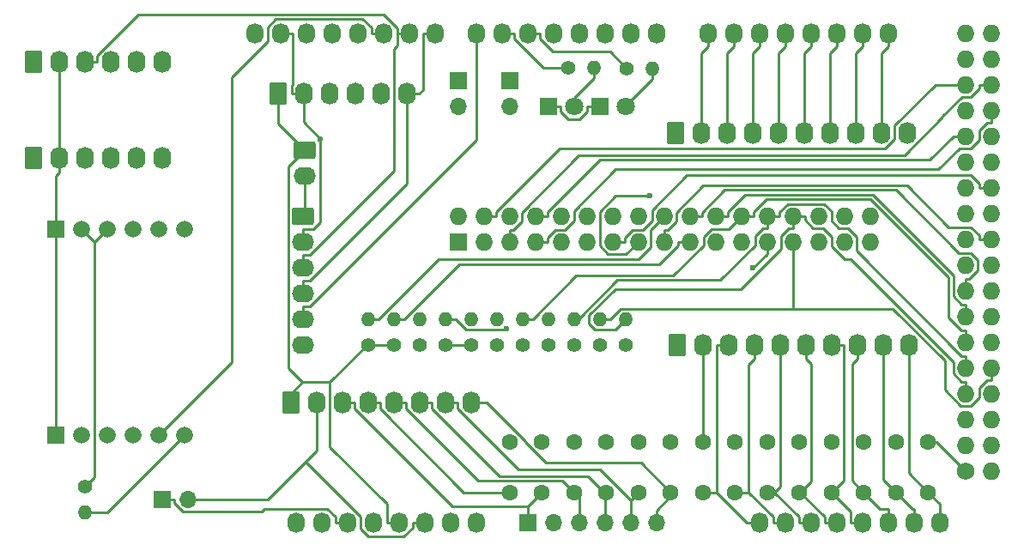
<source format=gbr>
G04 #@! TF.GenerationSoftware,KiCad,Pcbnew,(6.0.7-1)-1*
G04 #@! TF.CreationDate,2023-05-21T10:58:45+10:00*
G04 #@! TF.ProjectId,F16 Input Shield with Ethernet,46313620-496e-4707-9574-20536869656c,rev?*
G04 #@! TF.SameCoordinates,Original*
G04 #@! TF.FileFunction,Copper,L2,Bot*
G04 #@! TF.FilePolarity,Positive*
%FSLAX46Y46*%
G04 Gerber Fmt 4.6, Leading zero omitted, Abs format (unit mm)*
G04 Created by KiCad (PCBNEW (6.0.7-1)-1) date 2023-05-21 10:58:45*
%MOMM*%
%LPD*%
G01*
G04 APERTURE LIST*
G04 Aperture macros list*
%AMRoundRect*
0 Rectangle with rounded corners*
0 $1 Rounding radius*
0 $2 $3 $4 $5 $6 $7 $8 $9 X,Y pos of 4 corners*
0 Add a 4 corners polygon primitive as box body*
4,1,4,$2,$3,$4,$5,$6,$7,$8,$9,$2,$3,0*
0 Add four circle primitives for the rounded corners*
1,1,$1+$1,$2,$3*
1,1,$1+$1,$4,$5*
1,1,$1+$1,$6,$7*
1,1,$1+$1,$8,$9*
0 Add four rect primitives between the rounded corners*
20,1,$1+$1,$2,$3,$4,$5,0*
20,1,$1+$1,$4,$5,$6,$7,0*
20,1,$1+$1,$6,$7,$8,$9,0*
20,1,$1+$1,$8,$9,$2,$3,0*%
G04 Aperture macros list end*
G04 #@! TA.AperFunction,ComponentPad*
%ADD10C,1.727200*%
G04 #@! TD*
G04 #@! TA.AperFunction,ComponentPad*
%ADD11O,1.727200X1.727200*%
G04 #@! TD*
G04 #@! TA.AperFunction,ComponentPad*
%ADD12O,1.727200X2.032000*%
G04 #@! TD*
G04 #@! TA.AperFunction,ComponentPad*
%ADD13R,1.700000X1.700000*%
G04 #@! TD*
G04 #@! TA.AperFunction,ComponentPad*
%ADD14O,1.700000X1.700000*%
G04 #@! TD*
G04 #@! TA.AperFunction,ComponentPad*
%ADD15R,1.727200X1.727200*%
G04 #@! TD*
G04 #@! TA.AperFunction,ComponentPad*
%ADD16C,1.400000*%
G04 #@! TD*
G04 #@! TA.AperFunction,ComponentPad*
%ADD17O,1.400000X1.400000*%
G04 #@! TD*
G04 #@! TA.AperFunction,ComponentPad*
%ADD18RoundRect,0.250000X-0.620000X-0.850000X0.620000X-0.850000X0.620000X0.850000X-0.620000X0.850000X0*%
G04 #@! TD*
G04 #@! TA.AperFunction,ComponentPad*
%ADD19O,1.740000X2.200000*%
G04 #@! TD*
G04 #@! TA.AperFunction,ComponentPad*
%ADD20C,1.600000*%
G04 #@! TD*
G04 #@! TA.AperFunction,ComponentPad*
%ADD21R,1.800000X1.800000*%
G04 #@! TD*
G04 #@! TA.AperFunction,ComponentPad*
%ADD22C,1.800000*%
G04 #@! TD*
G04 #@! TA.AperFunction,ComponentPad*
%ADD23RoundRect,0.250000X-0.850000X0.620000X-0.850000X-0.620000X0.850000X-0.620000X0.850000X0.620000X0*%
G04 #@! TD*
G04 #@! TA.AperFunction,ComponentPad*
%ADD24O,2.200000X1.740000*%
G04 #@! TD*
G04 #@! TA.AperFunction,ComponentPad*
%ADD25R,1.665000X1.665000*%
G04 #@! TD*
G04 #@! TA.AperFunction,ComponentPad*
%ADD26C,1.665000*%
G04 #@! TD*
G04 #@! TA.AperFunction,ViaPad*
%ADD27C,0.600000*%
G04 #@! TD*
G04 #@! TA.AperFunction,Conductor*
%ADD28C,0.250000*%
G04 #@! TD*
G04 APERTURE END LIST*
D10*
X197358000Y-114046000D03*
D11*
X199898000Y-114046000D03*
X197358000Y-111506000D03*
X199898000Y-111506000D03*
X197358000Y-108966000D03*
X199898000Y-108966000D03*
X197358000Y-106426000D03*
X199898000Y-106426000D03*
X197358000Y-103886000D03*
X199898000Y-103886000D03*
X197358000Y-101346000D03*
X199898000Y-101346000D03*
X197358000Y-98806000D03*
X199898000Y-98806000D03*
X197358000Y-96266000D03*
X199898000Y-96266000D03*
X197358000Y-93726000D03*
X199898000Y-93726000D03*
X197358000Y-91186000D03*
X199898000Y-91186000D03*
X197358000Y-88646000D03*
X199898000Y-88646000D03*
X197358000Y-86106000D03*
X199898000Y-86106000D03*
X197358000Y-83566000D03*
X199898000Y-83566000D03*
X197358000Y-81026000D03*
X199898000Y-81026000D03*
X197358000Y-78486000D03*
X199898000Y-78486000D03*
X197358000Y-75946000D03*
X199898000Y-75946000D03*
X197358000Y-73406000D03*
X199898000Y-73406000D03*
X197358000Y-70866000D03*
X199898000Y-70866000D03*
D12*
X131318000Y-119126000D03*
X133858000Y-119126000D03*
X136398000Y-119126000D03*
X138938000Y-119126000D03*
X141478000Y-119126000D03*
X144018000Y-119126000D03*
X146558000Y-119126000D03*
X149098000Y-119126000D03*
D13*
X154178000Y-119126000D03*
D14*
X156718000Y-119126000D03*
X159258000Y-119126000D03*
X161798000Y-119126000D03*
X164338000Y-119126000D03*
X166878000Y-119126000D03*
D12*
X177038000Y-119126000D03*
X179578000Y-119126000D03*
X182118000Y-119126000D03*
X184658000Y-119126000D03*
X187198000Y-119126000D03*
X189738000Y-119126000D03*
X192278000Y-119126000D03*
X194818000Y-119126000D03*
X127254000Y-70866000D03*
X129794000Y-70866000D03*
X132334000Y-70866000D03*
X134874000Y-70866000D03*
X137414000Y-70866000D03*
X139954000Y-70866000D03*
X142494000Y-70866000D03*
X145034000Y-70866000D03*
X149098000Y-70866000D03*
X151638000Y-70866000D03*
X154178000Y-70866000D03*
X156718000Y-70866000D03*
X159258000Y-70866000D03*
X161798000Y-70866000D03*
X164338000Y-70866000D03*
X166878000Y-70866000D03*
X171958000Y-70866000D03*
X174498000Y-70866000D03*
X177038000Y-70866000D03*
X179578000Y-70866000D03*
X182118000Y-70866000D03*
X184658000Y-70866000D03*
X187198000Y-70866000D03*
X189738000Y-70866000D03*
D15*
X147320000Y-91440000D03*
D11*
X147320000Y-88900000D03*
X149860000Y-91440000D03*
X149860000Y-88900000D03*
X152400000Y-91440000D03*
X152400000Y-88900000D03*
X154940000Y-91440000D03*
X154940000Y-88900000D03*
X157480000Y-91440000D03*
X157480000Y-88900000D03*
X160020000Y-91440000D03*
X160020000Y-88900000D03*
X162560000Y-91440000D03*
X162560000Y-88900000D03*
X165100000Y-91440000D03*
X165100000Y-88900000D03*
X167640000Y-91440000D03*
X167640000Y-88900000D03*
X170180000Y-91440000D03*
X170180000Y-88900000D03*
X172720000Y-91440000D03*
X172720000Y-88900000D03*
X175260000Y-91440000D03*
X175260000Y-88900000D03*
X177800000Y-91440000D03*
X177800000Y-88900000D03*
X180340000Y-91440000D03*
X180340000Y-88900000D03*
X182880000Y-91440000D03*
X182880000Y-88900000D03*
X185420000Y-91440000D03*
X185420000Y-88900000D03*
X187960000Y-91440000D03*
X187960000Y-88900000D03*
D16*
X138430000Y-101600000D03*
D17*
X138430000Y-99060000D03*
D16*
X140970000Y-101600000D03*
D17*
X140970000Y-99060000D03*
D16*
X143510000Y-101600000D03*
D17*
X143510000Y-99060000D03*
D16*
X146050000Y-101600000D03*
D17*
X146050000Y-99060000D03*
D16*
X148590000Y-101600000D03*
D17*
X148590000Y-99060000D03*
D16*
X151130000Y-101600000D03*
D17*
X151130000Y-99060000D03*
D16*
X153670000Y-101600000D03*
D17*
X153670000Y-99060000D03*
D16*
X156210000Y-101600000D03*
D17*
X156210000Y-99060000D03*
D16*
X158750000Y-101600000D03*
D17*
X158750000Y-99060000D03*
D16*
X161290000Y-101600000D03*
D17*
X161290000Y-99060000D03*
D18*
X168910000Y-101600000D03*
D19*
X171450000Y-101600000D03*
X173990000Y-101600000D03*
X176530000Y-101600000D03*
X179070000Y-101600000D03*
X181610000Y-101600000D03*
X184150000Y-101600000D03*
X186690000Y-101600000D03*
X189230000Y-101600000D03*
X191770000Y-101600000D03*
D18*
X168757600Y-80683400D03*
D19*
X171297600Y-80683400D03*
X173837600Y-80683400D03*
X176377600Y-80683400D03*
X178917600Y-80683400D03*
X181457600Y-80683400D03*
X183997600Y-80683400D03*
X186537600Y-80683400D03*
X189077600Y-80683400D03*
X191617600Y-80683400D03*
D18*
X130810000Y-107315000D03*
D19*
X133350000Y-107315000D03*
X135890000Y-107315000D03*
X138430000Y-107315000D03*
X140970000Y-107315000D03*
X143510000Y-107315000D03*
X146050000Y-107315000D03*
X148590000Y-107315000D03*
D20*
X193675000Y-116165000D03*
X193675000Y-111165000D03*
X165100000Y-116165000D03*
X165100000Y-111165000D03*
X190500000Y-116165000D03*
X190500000Y-111165000D03*
X187325000Y-116165000D03*
X187325000Y-111165000D03*
X158750000Y-116165000D03*
X158750000Y-111165000D03*
X184150000Y-116165000D03*
X184150000Y-111165000D03*
X152400000Y-116165000D03*
X152400000Y-111165000D03*
X180975000Y-116165000D03*
X180975000Y-111165000D03*
X155575000Y-116165000D03*
X155575000Y-111165000D03*
X177800000Y-116165000D03*
X177800000Y-111165000D03*
X171450000Y-116165000D03*
X171450000Y-111165000D03*
X174625000Y-116165000D03*
X174625000Y-111165000D03*
X161925000Y-116165000D03*
X161925000Y-111165000D03*
D16*
X163830000Y-101600000D03*
D17*
X163830000Y-99060000D03*
D18*
X105410000Y-83205000D03*
D19*
X107950000Y-83205000D03*
X110490000Y-83205000D03*
X113030000Y-83205000D03*
X115570000Y-83205000D03*
X118110000Y-83205000D03*
D18*
X129540000Y-76855000D03*
D19*
X132080000Y-76855000D03*
X134620000Y-76855000D03*
X137160000Y-76855000D03*
X139700000Y-76855000D03*
X142240000Y-76855000D03*
D18*
X105410000Y-73680000D03*
D19*
X107950000Y-73680000D03*
X110490000Y-73680000D03*
X113030000Y-73680000D03*
X115570000Y-73680000D03*
X118110000Y-73680000D03*
D21*
X161285000Y-78105000D03*
D22*
X163825000Y-78105000D03*
D21*
X156210000Y-78105000D03*
D22*
X158750000Y-78105000D03*
D23*
X132187000Y-82423000D03*
D24*
X132187000Y-84963000D03*
D23*
X132060000Y-88900000D03*
D24*
X132060000Y-91440000D03*
X132060000Y-93980000D03*
X132060000Y-96520000D03*
X132060000Y-99060000D03*
X132060000Y-101600000D03*
D13*
X152400000Y-75565000D03*
D14*
X152400000Y-78105000D03*
D13*
X147320000Y-75560000D03*
D14*
X147320000Y-78100000D03*
D16*
X163957000Y-74345800D03*
D17*
X166497000Y-74345800D03*
D16*
X158165000Y-74295000D03*
D17*
X160705000Y-74295000D03*
D20*
X168275000Y-116165000D03*
X168275000Y-111165000D03*
D25*
X107665000Y-110490000D03*
D26*
X110205000Y-110490000D03*
X112745000Y-110490000D03*
X115285000Y-110490000D03*
X117825000Y-110490000D03*
X120365000Y-110490000D03*
D25*
X107665000Y-90170000D03*
D26*
X110205000Y-90170000D03*
X112745000Y-90170000D03*
X115285000Y-90170000D03*
X117825000Y-90170000D03*
X120365000Y-90170000D03*
D13*
X118110000Y-116840000D03*
D14*
X120650000Y-116840000D03*
D16*
X110490000Y-115620000D03*
D17*
X110490000Y-118160000D03*
D27*
X133722100Y-81280700D03*
X166265900Y-86911500D03*
X152066900Y-100064700D03*
X176417300Y-94011600D03*
D28*
X135209100Y-118605900D02*
X135209100Y-119126000D01*
X134378700Y-117775500D02*
X135209100Y-118605900D01*
X128234100Y-117775500D02*
X134378700Y-117775500D01*
X127948800Y-118060800D02*
X128234100Y-117775500D01*
X120138800Y-118060800D02*
X127948800Y-118060800D01*
X119285300Y-117207300D02*
X120138800Y-118060800D01*
X119285300Y-116840000D02*
X119285300Y-117207300D01*
X118110000Y-116840000D02*
X119285300Y-116840000D01*
X136398000Y-119126000D02*
X135209100Y-119126000D01*
X111413400Y-114696600D02*
X111413400Y-91440000D01*
X110490000Y-115620000D02*
X111413400Y-114696600D01*
X111475000Y-91440000D02*
X111413400Y-91440000D01*
X112745000Y-90170000D02*
X111475000Y-91440000D01*
X110205000Y-90231600D02*
X110205000Y-90170000D01*
X111413400Y-91440000D02*
X110205000Y-90231600D01*
X112695000Y-118160000D02*
X120365000Y-110490000D01*
X110490000Y-118160000D02*
X112695000Y-118160000D01*
X138765100Y-70345900D02*
X138765100Y-70866000D01*
X137897700Y-69478500D02*
X138765100Y-70345900D01*
X129334700Y-69478500D02*
X137897700Y-69478500D01*
X128524000Y-70289200D02*
X129334700Y-69478500D01*
X128524000Y-71675800D02*
X128524000Y-70289200D01*
X124996500Y-75203300D02*
X128524000Y-71675800D01*
X124996500Y-103318500D02*
X124996500Y-75203300D01*
X117825000Y-110490000D02*
X124996500Y-103318500D01*
X139954000Y-70866000D02*
X138765100Y-70866000D01*
X132187000Y-88773000D02*
X132187000Y-84963000D01*
X132060000Y-88900000D02*
X132187000Y-88773000D01*
X158750000Y-77275300D02*
X158750000Y-78105000D01*
X160705000Y-75320300D02*
X158750000Y-77275300D01*
X160705000Y-74295000D02*
X160705000Y-75320300D01*
X163825000Y-78043100D02*
X163825000Y-78105000D01*
X166497000Y-75371100D02*
X163825000Y-78043100D01*
X166497000Y-74345800D02*
X166497000Y-75371100D01*
X132060000Y-93980000D02*
X132060000Y-92784700D01*
X142494000Y-70866000D02*
X141305100Y-70866000D01*
X110490000Y-73680000D02*
X111685300Y-73680000D01*
X111685300Y-73082300D02*
X111685300Y-73680000D01*
X115739500Y-69028100D02*
X111685300Y-73082300D01*
X139978500Y-69028100D02*
X115739500Y-69028100D01*
X141305100Y-70354700D02*
X139978500Y-69028100D01*
X141305100Y-70866000D02*
X141305100Y-70354700D01*
X132657600Y-92784700D02*
X132060000Y-92784700D01*
X140970000Y-84472300D02*
X132657600Y-92784700D01*
X140970000Y-72390000D02*
X140970000Y-84472300D01*
X141305100Y-72054900D02*
X140970000Y-72390000D01*
X141305100Y-70866000D02*
X141305100Y-72054900D01*
X155366900Y-71386100D02*
X155366900Y-70866000D01*
X156687200Y-72706400D02*
X155366900Y-71386100D01*
X162317600Y-72706400D02*
X156687200Y-72706400D01*
X163957000Y-74345800D02*
X162317600Y-72706400D01*
X154178000Y-70866000D02*
X155366900Y-70866000D01*
X152826900Y-71386100D02*
X152826900Y-70866000D01*
X155735800Y-74295000D02*
X152826900Y-71386100D01*
X158165000Y-74295000D02*
X155735800Y-74295000D01*
X151638000Y-70866000D02*
X152826900Y-70866000D01*
X132657600Y-97864700D02*
X132060000Y-97864700D01*
X149098000Y-81424300D02*
X132657600Y-97864700D01*
X149098000Y-70866000D02*
X149098000Y-81424300D01*
X132060000Y-99060000D02*
X132060000Y-97864700D01*
X143845100Y-76445200D02*
X143845100Y-70866000D01*
X143435300Y-76855000D02*
X143845100Y-76445200D01*
X145034000Y-70866000D02*
X143845100Y-70866000D01*
X142240000Y-76855000D02*
X143435300Y-76855000D01*
X142240000Y-85742300D02*
X142240000Y-76855000D01*
X132657600Y-95324700D02*
X142240000Y-85742300D01*
X132060000Y-95324700D02*
X132657600Y-95324700D01*
X132060000Y-96520000D02*
X132060000Y-95324700D01*
X135890000Y-107315000D02*
X137085300Y-107315000D01*
X146734600Y-117562000D02*
X154178000Y-117562000D01*
X137085300Y-107912700D02*
X146734600Y-117562000D01*
X137085300Y-107315000D02*
X137085300Y-107912700D01*
X155575000Y-116165000D02*
X154178000Y-117562000D01*
X154178000Y-117562000D02*
X154178000Y-119126000D01*
X139625300Y-107912700D02*
X139625300Y-107315000D01*
X147877600Y-116165000D02*
X139625300Y-107912700D01*
X152400000Y-116165000D02*
X147877600Y-116165000D01*
X138430000Y-107315000D02*
X139625300Y-107315000D01*
X140970000Y-107315000D02*
X142165300Y-107315000D01*
X142165300Y-107912700D02*
X142165300Y-107315000D01*
X149292200Y-115039600D02*
X142165300Y-107912700D01*
X157624600Y-115039600D02*
X149292200Y-115039600D01*
X158750000Y-116165000D02*
X157624600Y-115039600D01*
X159258000Y-116673000D02*
X158750000Y-116165000D01*
X159258000Y-119126000D02*
X159258000Y-116673000D01*
X161925000Y-116165000D02*
X161798000Y-116292000D01*
X161798000Y-116292000D02*
X161798000Y-119126000D01*
X143510000Y-107315000D02*
X144705300Y-107315000D01*
X144705300Y-107912700D02*
X144705300Y-107315000D01*
X151381900Y-114589300D02*
X144705300Y-107912700D01*
X160095300Y-114589300D02*
X151381900Y-114589300D01*
X161798000Y-116292000D02*
X160095300Y-114589300D01*
X146050000Y-107315000D02*
X147245300Y-107315000D01*
X161324800Y-113913800D02*
X164338000Y-116927000D01*
X153246500Y-113913800D02*
X161324800Y-113913800D01*
X147245300Y-107912600D02*
X153246500Y-113913800D01*
X147245300Y-107315000D02*
X147245300Y-107912600D01*
X165100000Y-116165000D02*
X164338000Y-116927000D01*
X164338000Y-116927000D02*
X164338000Y-119126000D01*
X168275000Y-116553700D02*
X166878000Y-117950700D01*
X168275000Y-116165000D02*
X168275000Y-116553700D01*
X166878000Y-119126000D02*
X166878000Y-117950700D01*
X150151400Y-107315000D02*
X148590000Y-107315000D01*
X153987600Y-111151200D02*
X150151400Y-107315000D01*
X153987600Y-111222400D02*
X153987600Y-111151200D01*
X156003700Y-113238500D02*
X153987600Y-111222400D01*
X165348500Y-113238500D02*
X156003700Y-113238500D01*
X168275000Y-116165000D02*
X165348500Y-113238500D01*
X107950000Y-73680000D02*
X107950000Y-83205000D01*
X171450000Y-101600000D02*
X171450000Y-111165000D01*
X144018000Y-119126000D02*
X142829100Y-119126000D01*
X107665000Y-84915300D02*
X107950000Y-84630300D01*
X107665000Y-90170000D02*
X107665000Y-84915300D01*
X107950000Y-83205000D02*
X107950000Y-84630300D01*
X107665000Y-90170000D02*
X107665000Y-91327800D01*
X107665000Y-110490000D02*
X107665000Y-91327800D01*
X132060000Y-91440000D02*
X132060000Y-90244700D01*
X137668000Y-118553400D02*
X132243700Y-113129000D01*
X137668000Y-119753000D02*
X137668000Y-118553400D01*
X138448500Y-120533500D02*
X137668000Y-119753000D01*
X141941700Y-120533500D02*
X138448500Y-120533500D01*
X142829100Y-119646100D02*
X141941700Y-120533500D01*
X142829100Y-119126000D02*
X142829100Y-119646100D01*
X128532700Y-116840000D02*
X132243700Y-113129000D01*
X120650000Y-116840000D02*
X128532700Y-116840000D01*
X133350000Y-112022700D02*
X133350000Y-107315000D01*
X132243700Y-113129000D02*
X133350000Y-112022700D01*
X160059700Y-78564600D02*
X160059700Y-78105000D01*
X159294000Y-79330300D02*
X160059700Y-78564600D01*
X158201100Y-79330300D02*
X159294000Y-79330300D01*
X157435300Y-78564500D02*
X158201100Y-79330300D01*
X157435300Y-78105000D02*
X157435300Y-78564500D01*
X156210000Y-78105000D02*
X157435300Y-78105000D01*
X161285000Y-78105000D02*
X160059700Y-78105000D01*
X133722100Y-89553800D02*
X133722100Y-81280700D01*
X133031200Y-90244700D02*
X133722100Y-89553800D01*
X132060000Y-90244700D02*
X133031200Y-90244700D01*
X132080000Y-79638600D02*
X132080000Y-76855000D01*
X133722100Y-81280700D02*
X132080000Y-79638600D01*
X130982900Y-75928300D02*
X130982900Y-70866000D01*
X130884700Y-76026500D02*
X130982900Y-75928300D01*
X130884700Y-76855000D02*
X130884700Y-76026500D01*
X129794000Y-70866000D02*
X130982900Y-70866000D01*
X132080000Y-76855000D02*
X130884700Y-76855000D01*
X194477000Y-111165000D02*
X197358000Y-114046000D01*
X193675000Y-111165000D02*
X194477000Y-111165000D01*
X183997600Y-72867700D02*
X184658000Y-72207300D01*
X183997600Y-80683400D02*
X183997600Y-72867700D01*
X184658000Y-70866000D02*
X184658000Y-72207300D01*
X181457600Y-72867700D02*
X182118000Y-72207300D01*
X181457600Y-80683400D02*
X181457600Y-72867700D01*
X182118000Y-70866000D02*
X182118000Y-72207300D01*
X178917600Y-72867700D02*
X179578000Y-72207300D01*
X178917600Y-80683400D02*
X178917600Y-72867700D01*
X179578000Y-70866000D02*
X179578000Y-72207300D01*
X176377600Y-72867700D02*
X177038000Y-72207300D01*
X176377600Y-80683400D02*
X176377600Y-72867700D01*
X177038000Y-70866000D02*
X177038000Y-72207300D01*
X173837600Y-72867700D02*
X174498000Y-72207300D01*
X173837600Y-80683400D02*
X173837600Y-72867700D01*
X174498000Y-70866000D02*
X174498000Y-72207300D01*
X171297600Y-72867700D02*
X171958000Y-72207300D01*
X171297600Y-80683400D02*
X171297600Y-72867700D01*
X171958000Y-70866000D02*
X171958000Y-72207300D01*
X189077600Y-72867700D02*
X189738000Y-72207300D01*
X189077600Y-80683400D02*
X189077600Y-72867700D01*
X189738000Y-70866000D02*
X189738000Y-72207300D01*
X186537600Y-72867700D02*
X187198000Y-72207300D01*
X186537600Y-80683400D02*
X186537600Y-72867700D01*
X187198000Y-70866000D02*
X187198000Y-72207300D01*
X194818000Y-117308000D02*
X193675000Y-116165000D01*
X194818000Y-119126000D02*
X194818000Y-117308000D01*
X191770000Y-114260000D02*
X191770000Y-101600000D01*
X193675000Y-116165000D02*
X191770000Y-114260000D01*
X192119700Y-117784700D02*
X192278000Y-117784700D01*
X190500000Y-116165000D02*
X192119700Y-117784700D01*
X192278000Y-119126000D02*
X192278000Y-117784700D01*
X189230000Y-114895000D02*
X190500000Y-116165000D01*
X189230000Y-101600000D02*
X189230000Y-114895000D01*
X189738000Y-119126000D02*
X189738000Y-117784700D01*
X188944700Y-117784700D02*
X187325000Y-116165000D01*
X189738000Y-117784700D02*
X188944700Y-117784700D01*
X186194900Y-103520400D02*
X186690000Y-103025300D01*
X186194900Y-115034900D02*
X186194900Y-103520400D01*
X187325000Y-116165000D02*
X186194900Y-115034900D01*
X186690000Y-101600000D02*
X186690000Y-103025300D01*
X187198000Y-119126000D02*
X186009100Y-119126000D01*
X186009100Y-118024100D02*
X186009100Y-119126000D01*
X184150000Y-116165000D02*
X186009100Y-118024100D01*
X185345300Y-114969700D02*
X184150000Y-116165000D01*
X185345300Y-101600000D02*
X185345300Y-114969700D01*
X184150000Y-101600000D02*
X185345300Y-101600000D01*
X184658000Y-119126000D02*
X183469100Y-119126000D01*
X182105100Y-115125100D02*
X181065200Y-116165000D01*
X182105100Y-103520400D02*
X182105100Y-115125100D01*
X181610000Y-103025300D02*
X182105100Y-103520400D01*
X180975000Y-116165000D02*
X181065200Y-116165000D01*
X183469100Y-118568900D02*
X183469100Y-119126000D01*
X181065200Y-116165000D02*
X183469100Y-118568900D01*
X181610000Y-101600000D02*
X181610000Y-103025300D01*
X182118000Y-119126000D02*
X180929100Y-119126000D01*
X179070000Y-115583200D02*
X178488200Y-116165000D01*
X179070000Y-101600000D02*
X179070000Y-115583200D01*
X177800000Y-116165000D02*
X178488200Y-116165000D01*
X180929100Y-118605900D02*
X180929100Y-119126000D01*
X178488200Y-116165000D02*
X180929100Y-118605900D01*
X179578000Y-119126000D02*
X178389100Y-119126000D01*
X175948200Y-103607100D02*
X175948200Y-116165000D01*
X176530000Y-103025300D02*
X175948200Y-103607100D01*
X174625000Y-116165000D02*
X175948200Y-116165000D01*
X178389100Y-118605900D02*
X178389100Y-119126000D01*
X175948200Y-116165000D02*
X178389100Y-118605900D01*
X176530000Y-101600000D02*
X176530000Y-103025300D01*
X173990000Y-101600000D02*
X172794700Y-101600000D01*
X171450000Y-116165000D02*
X172794700Y-116165000D01*
X175755700Y-119126000D02*
X172794700Y-116165000D01*
X177038000Y-119126000D02*
X175755700Y-119126000D01*
X172794700Y-116165000D02*
X172794700Y-101600000D01*
X148590000Y-101600000D02*
X146050000Y-101600000D01*
X141478000Y-119126000D02*
X140289100Y-119126000D01*
X129540000Y-79776000D02*
X129540000Y-76855000D01*
X132187000Y-82423000D02*
X129540000Y-79776000D01*
X134679500Y-111690600D02*
X134679500Y-105293400D01*
X140289100Y-117300200D02*
X134679500Y-111690600D01*
X140289100Y-119126000D02*
X140289100Y-117300200D01*
X130810000Y-106451500D02*
X130810000Y-107315000D01*
X131968100Y-105293400D02*
X130810000Y-106451500D01*
X130623300Y-103948600D02*
X131968100Y-105293400D01*
X130623300Y-83986700D02*
X130623300Y-103948600D01*
X132187000Y-82423000D02*
X130623300Y-83986700D01*
X131968100Y-105293400D02*
X134679500Y-105293400D01*
X138372900Y-101600000D02*
X138430000Y-101600000D01*
X134679500Y-105293400D02*
X138372900Y-101600000D01*
X138430000Y-101600000D02*
X140970000Y-101600000D01*
X198709100Y-76317600D02*
X198709100Y-75946000D01*
X197891800Y-77134900D02*
X198709100Y-76317600D01*
X197027600Y-77134900D02*
X197891800Y-77134900D01*
X195130200Y-79032300D02*
X197027600Y-77134900D01*
X195130200Y-79153500D02*
X195130200Y-79032300D01*
X191363200Y-82920500D02*
X195130200Y-79153500D01*
X159228900Y-82920500D02*
X191363200Y-82920500D01*
X153588900Y-88560500D02*
X159228900Y-82920500D01*
X153588900Y-89433800D02*
X153588900Y-88560500D01*
X152771600Y-90251100D02*
X153588900Y-89433800D01*
X152400000Y-90251100D02*
X152771600Y-90251100D01*
X152400000Y-91440000D02*
X152400000Y-90251100D01*
X199898000Y-75946000D02*
X198709100Y-75946000D01*
X194397500Y-75946000D02*
X197358000Y-75946000D01*
X190347600Y-79995900D02*
X194397500Y-75946000D01*
X190347600Y-81334000D02*
X190347600Y-79995900D01*
X189436500Y-82245100D02*
X190347600Y-81334000D01*
X157332300Y-82245100D02*
X189436500Y-82245100D01*
X151048900Y-88528500D02*
X157332300Y-82245100D01*
X151048900Y-88900000D02*
X151048900Y-88528500D01*
X149860000Y-88900000D02*
X151048900Y-88900000D01*
X199526400Y-79674900D02*
X199898000Y-79674900D01*
X198709100Y-80492200D02*
X199526400Y-79674900D01*
X198709100Y-81378200D02*
X198709100Y-80492200D01*
X197872300Y-82215000D02*
X198709100Y-81378200D01*
X196781600Y-82215000D02*
X197872300Y-82215000D01*
X194702800Y-84293800D02*
X196781600Y-82215000D01*
X162876900Y-84293800D02*
X194702800Y-84293800D01*
X158750000Y-88420700D02*
X162876900Y-84293800D01*
X158750000Y-89333300D02*
X158750000Y-88420700D01*
X157832200Y-90251100D02*
X158750000Y-89333300D01*
X156946200Y-90251100D02*
X157832200Y-90251100D01*
X156128900Y-91068400D02*
X156946200Y-90251100D01*
X156128900Y-91440000D02*
X156128900Y-91068400D01*
X154940000Y-91440000D02*
X156128900Y-91440000D01*
X199898000Y-78486000D02*
X199898000Y-79674900D01*
X197358000Y-81026000D02*
X196169100Y-81026000D01*
X154940000Y-88900000D02*
X156128900Y-88900000D01*
X193824200Y-83370900D02*
X196169100Y-81026000D01*
X161286500Y-83370900D02*
X193824200Y-83370900D01*
X156128900Y-88528500D02*
X161286500Y-83370900D01*
X156128900Y-88900000D02*
X156128900Y-88528500D01*
X163748900Y-91068400D02*
X163748900Y-91440000D01*
X164566200Y-90251100D02*
X163748900Y-91068400D01*
X165533600Y-90251100D02*
X164566200Y-90251100D01*
X166451000Y-89333700D02*
X165533600Y-90251100D01*
X166451000Y-88355500D02*
X166451000Y-89333700D01*
X169908400Y-84898100D02*
X166451000Y-88355500D01*
X197872700Y-84898100D02*
X169908400Y-84898100D01*
X198709100Y-85734500D02*
X197872700Y-84898100D01*
X198709100Y-86106000D02*
X198709100Y-85734500D01*
X199898000Y-86106000D02*
X198709100Y-86106000D01*
X162560000Y-91440000D02*
X163748900Y-91440000D01*
X162865800Y-86911500D02*
X166265900Y-86911500D01*
X161290000Y-88487300D02*
X162865800Y-86911500D01*
X161290000Y-91851500D02*
X161290000Y-88487300D01*
X162088600Y-92650100D02*
X161290000Y-91851500D01*
X163889900Y-92650100D02*
X162088600Y-92650100D01*
X165100000Y-91440000D02*
X163889900Y-92650100D01*
X198709100Y-90814400D02*
X198709100Y-91186000D01*
X197891800Y-89997100D02*
X198709100Y-90814400D01*
X195727800Y-89997100D02*
X197891800Y-89997100D01*
X191626600Y-85895900D02*
X195727800Y-89997100D01*
X171492600Y-85895900D02*
X191626600Y-85895900D01*
X168828900Y-88559600D02*
X171492600Y-85895900D01*
X168828900Y-89433800D02*
X168828900Y-88559600D01*
X168011600Y-90251100D02*
X168828900Y-89433800D01*
X167640000Y-90251100D02*
X168011600Y-90251100D01*
X167640000Y-91440000D02*
X167640000Y-90251100D01*
X199898000Y-91186000D02*
X198709100Y-91186000D01*
X168991100Y-91811500D02*
X168991100Y-91440000D01*
X167166600Y-93636000D02*
X168991100Y-91811500D01*
X147419300Y-93636000D02*
X167166600Y-93636000D01*
X141995300Y-99060000D02*
X147419300Y-93636000D01*
X140970000Y-99060000D02*
X141995300Y-99060000D01*
X170180000Y-91440000D02*
X168991100Y-91440000D01*
X138430000Y-99060000D02*
X139455300Y-99060000D01*
X145385400Y-93129900D02*
X139455300Y-99060000D01*
X165119000Y-93129900D02*
X145385400Y-93129900D01*
X166289000Y-91959900D02*
X165119000Y-93129900D01*
X166289000Y-90251000D02*
X166289000Y-91959900D01*
X167640000Y-88900000D02*
X166289000Y-90251000D01*
X152046300Y-100085300D02*
X152066900Y-100064700D01*
X148100600Y-100085300D02*
X152046300Y-100085300D01*
X147075300Y-99060000D02*
X148100600Y-100085300D01*
X146050000Y-99060000D02*
X147075300Y-99060000D01*
X170180000Y-88900000D02*
X171368900Y-88900000D01*
X197358000Y-96266000D02*
X197358000Y-95077100D01*
X197727500Y-95077100D02*
X197358000Y-95077100D01*
X198574300Y-94230300D02*
X197727500Y-95077100D01*
X198574300Y-93239000D02*
X198574300Y-94230300D01*
X197872300Y-92537000D02*
X198574300Y-93239000D01*
X196704800Y-92537000D02*
X197872300Y-92537000D01*
X190514100Y-86346300D02*
X196704800Y-92537000D01*
X173591600Y-86346300D02*
X190514100Y-86346300D01*
X171368900Y-88569000D02*
X173591600Y-86346300D01*
X171368900Y-88900000D02*
X171368900Y-88569000D01*
X172720000Y-88900000D02*
X173908900Y-88900000D01*
X197358000Y-98806000D02*
X197358000Y-97617100D01*
X196986400Y-97617100D02*
X197358000Y-97617100D01*
X196169100Y-96799800D02*
X196986400Y-97617100D01*
X196169100Y-94770800D02*
X196169100Y-96799800D01*
X188207800Y-86809500D02*
X196169100Y-94770800D01*
X175627900Y-86809500D02*
X188207800Y-86809500D01*
X173908900Y-88528500D02*
X175627900Y-86809500D01*
X173908900Y-88900000D02*
X173908900Y-88528500D01*
X177800000Y-91440000D02*
X177800000Y-92628900D01*
X176417400Y-94011600D02*
X176417300Y-94011600D01*
X176417400Y-94011500D02*
X176417400Y-94011600D01*
X177800000Y-92628900D02*
X176417400Y-94011500D01*
X197358000Y-101346000D02*
X197358000Y-100157100D01*
X175260000Y-88900000D02*
X176448900Y-88900000D01*
X196986400Y-100157100D02*
X197358000Y-100157100D01*
X195718800Y-98889500D02*
X196986400Y-100157100D01*
X195718800Y-94957400D02*
X195718800Y-98889500D01*
X188021200Y-87259800D02*
X195718800Y-94957400D01*
X177717600Y-87259800D02*
X188021200Y-87259800D01*
X176448900Y-88528500D02*
X177717600Y-87259800D01*
X176448900Y-88900000D02*
X176448900Y-88528500D01*
X173990000Y-90170000D02*
X175260000Y-88900000D01*
X172286700Y-90170000D02*
X173990000Y-90170000D01*
X171531000Y-90925700D02*
X172286700Y-90170000D01*
X171531000Y-91773900D02*
X171531000Y-90925700D01*
X168530000Y-94774900D02*
X171531000Y-91773900D01*
X158980400Y-94774900D02*
X168530000Y-94774900D01*
X154695300Y-99060000D02*
X158980400Y-94774900D01*
X153670000Y-99060000D02*
X154695300Y-99060000D01*
X161290000Y-99060000D02*
X162315300Y-99060000D01*
X180340000Y-91440000D02*
X180340000Y-92628900D01*
X199898000Y-103886000D02*
X199898000Y-105074900D01*
X180340000Y-98034700D02*
X180340000Y-92628900D01*
X163340600Y-98034700D02*
X180340000Y-98034700D01*
X162315300Y-99060000D02*
X163340600Y-98034700D01*
X199526400Y-105074900D02*
X199898000Y-105074900D01*
X198709100Y-105892200D02*
X199526400Y-105074900D01*
X198709100Y-106778200D02*
X198709100Y-105892200D01*
X197872300Y-107615000D02*
X198709100Y-106778200D01*
X196858700Y-107615000D02*
X197872300Y-107615000D01*
X195310100Y-106066400D02*
X196858700Y-107615000D01*
X195310100Y-103198100D02*
X195310100Y-106066400D01*
X190146700Y-98034700D02*
X195310100Y-103198100D01*
X180340000Y-98034700D02*
X190146700Y-98034700D01*
X158750000Y-99060000D02*
X159262700Y-99060000D01*
X177800000Y-88900000D02*
X177800000Y-90088900D01*
X197358000Y-103886000D02*
X197358000Y-102697100D01*
X177800000Y-88900000D02*
X178988900Y-88900000D01*
X178988900Y-88539100D02*
X178988900Y-88900000D01*
X179817900Y-87710100D02*
X178988900Y-88539100D01*
X183415600Y-87710100D02*
X179817900Y-87710100D01*
X184150000Y-88444500D02*
X183415600Y-87710100D01*
X184150000Y-89388900D02*
X184150000Y-88444500D01*
X184890700Y-90129600D02*
X184150000Y-89388900D01*
X185812900Y-90129600D02*
X184890700Y-90129600D01*
X186609000Y-90925700D02*
X185812900Y-90129600D01*
X186609000Y-92348200D02*
X186609000Y-90925700D01*
X196957900Y-102697100D02*
X186609000Y-92348200D01*
X197358000Y-102697100D02*
X196957900Y-102697100D01*
X177428400Y-90088900D02*
X177800000Y-90088900D01*
X176611100Y-90906200D02*
X177428400Y-90088900D01*
X176611100Y-91803600D02*
X176611100Y-90906200D01*
X173189400Y-95225300D02*
X176611100Y-91803600D01*
X163017800Y-95225300D02*
X173189400Y-95225300D01*
X159262700Y-98980400D02*
X163017800Y-95225300D01*
X159262700Y-99060000D02*
X159262700Y-98980400D01*
X196986400Y-105237100D02*
X197358000Y-105237100D01*
X196169100Y-104419800D02*
X196986400Y-105237100D01*
X196169100Y-103338100D02*
X196169100Y-104419800D01*
X186028800Y-93197800D02*
X196169100Y-103338100D01*
X185486400Y-93197800D02*
X186028800Y-93197800D01*
X184173500Y-91884900D02*
X185486400Y-93197800D01*
X184173500Y-90964400D02*
X184173500Y-91884900D01*
X183298000Y-90088900D02*
X184173500Y-90964400D01*
X182346200Y-90088900D02*
X183298000Y-90088900D01*
X181528900Y-89271600D02*
X182346200Y-90088900D01*
X181528900Y-88900000D02*
X181528900Y-89271600D01*
X180340000Y-88900000D02*
X181528900Y-88900000D01*
X197358000Y-106426000D02*
X197358000Y-105237100D01*
X180340000Y-88900000D02*
X180340000Y-90088900D01*
X179968400Y-90088900D02*
X180340000Y-90088900D01*
X179151100Y-90906200D02*
X179968400Y-90088900D01*
X179151100Y-92164400D02*
X179151100Y-90906200D01*
X175217700Y-96097800D02*
X179151100Y-92164400D01*
X162801500Y-96097800D02*
X175217700Y-96097800D01*
X160243400Y-98655900D02*
X162801500Y-96097800D01*
X160243400Y-99517800D02*
X160243400Y-98655900D01*
X160810900Y-100085300D02*
X160243400Y-99517800D01*
X162804700Y-100085300D02*
X160810900Y-100085300D01*
X163830000Y-99060000D02*
X162804700Y-100085300D01*
M02*

</source>
